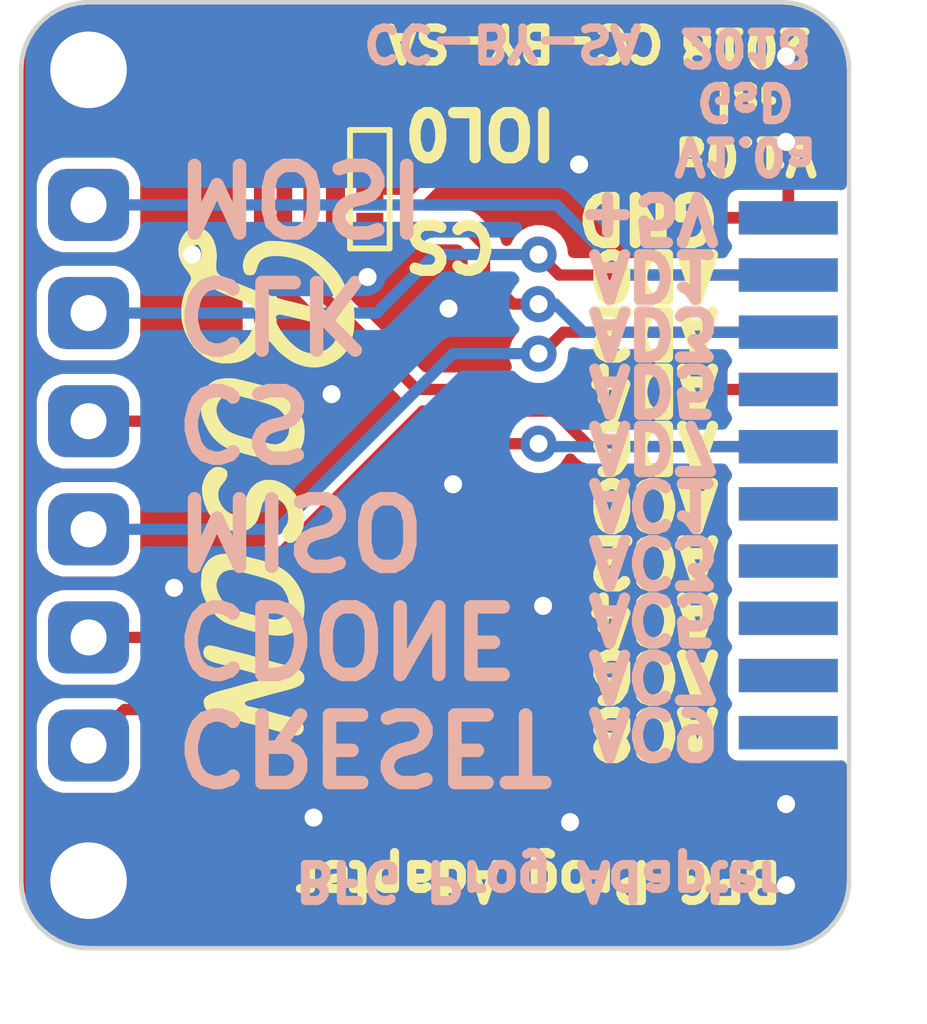
<source format=kicad_pcb>
(kicad_pcb (version 20221018) (generator pcbnew)
  (title_block (date "sam. 04 avril 2015"))
  (layers (0 "F.Cu" signal) (31 "B.Cu" signal) (34 "B.Paste" user) (35 "F.Paste" user) (36 "B.SilkS" user "B.Silkscreen") (37 "F.SilkS" user "F.Silkscreen") (38 "B.Mask" user) (39 "F.Mask" user) (44 "Edge.Cuts" user))
  (net 0 "")
  (net 1 "GND")
  (net 2 "/GPIOH9")
  (net 3 "/GPIOH7")
  (net 4 "/GPIOH5")
  (net 5 "/GPIOH3")
  (net 6 "/GPIOH1")
  (net 7 "/GPIOH8")
  (net 8 "/GPIOH6")
  (net 9 "/GPIOH4")
  (net 10 "/GPIOH2")
  (net 11 "/GPIOH0")
  (net 12 "/GPIOL2")
  (net 13 "/GPIOL0")
  (net 14 "/DI")
  (net 15 "/SK")
  (net 16 "/GPIOL3")
  (net 17 "/GPIOL1")
  (net 18 "/CS")
  (net 19 "/DO")
  (net 20 "+5V")
  (footprint "Mounting_Holes:MountingHole_2.2mm_M2_Pad" (layer "F.Cu") (at 134.45 100.5)
    (fp_text reference "REF**" hide)
    (fp_text value "MountingHole_2.2mm_M2_Pad")
    (pad "1" thru_hole circle (at 0 0) (size 2.5 2.5) (drill 1.7) (layers "*.Cu" "*.Mask") (net 1 "GND"))
  )
  (footprint "Mounting_Holes:MountingHole_2.2mm_M2_Pad" (layer "F.Cu") (at 134.45 82.5)
    (fp_text reference "REF**" hide)
    (fp_text value "MountingHole_2.2mm_M2_Pad")
    (pad "1" thru_hole circle (at 0 0) (size 2.5 2.5) (drill 1.7) (layers "*.Cu" "*.Mask") (net 1 "GND"))
  )
  (footprint "pkl_jumpers:J_0602" (layer "F.Cu") (at 140.7 85.15 90)
    (fp_text reference "J2")
    (fp_text value "GS3")
    (fp_line (start -1.315 -0.44) (end -1.315 0.44) (stroke (width 0.13)) (layer "F.SilkS"))
    (fp_line (start -1.315 -0.44) (end 1.315 -0.44) (stroke (width 0.13)) (layer "F.SilkS"))
    (fp_line (start 1.315 -0.44) (end 1.315 0.44) (stroke (width 0.13)) (layer "F.SilkS"))
    (fp_line (start 1.315 0.44) (end -1.315 0.44) (stroke (width 0.13)) (layer "F.SilkS"))
    (pad "1" smd rect (at -0.85 0 90) (size 0.65 0.6) (layers "F.Cu" "F.Paste" "F.Mask") (net 18 "/CS"))
    (pad "2" smd rect (at 0 0 90) (size 0.65 0.6) (layers "F.Cu" "F.Paste" "F.Mask") (net 13 "/GPIOL0"))
    (pad "3" smd rect (at 0.85 0 90) (size 0.65 0.6) (layers "F.Cu" "F.Paste" "F.Mask") (net 13 "/GPIOL0"))
  )
  (footprint "Measurement_Points:Measurement_Point_Round-SMD-Pad_Small" (layer "F.Cu") (at 134.45 85.5)
    (fp_text reference "J4" hide)
    (fp_text value "Prog")
    (pad "1" thru_hole roundrect (at 0 0) (size 1.8 1.6) (drill 0.8) (layers "*.Cu" "*.Mask") (net 19 "/DO"))
    (pad "2" thru_hole roundrect (at 0 2.4) (size 1.8 1.6) (drill 0.8) (layers "*.Cu" "*.Mask") (net 15 "/SK"))
    (pad "3" thru_hole roundrect (at 0 4.8) (size 1.8 1.6) (drill 0.8) (layers "*.Cu" "*.Mask") (net 13 "/GPIOL0"))
    (pad "4" thru_hole roundrect (at 0 7.2) (size 1.8 1.6) (drill 0.8) (layers "*.Cu" "*.Mask") (net 14 "/DI"))
    (pad "5" thru_hole roundrect (at 0 9.6) (size 1.8 1.6) (drill 0.8) (layers "*.Cu" "*.Mask") (net 12 "/GPIOL2"))
    (pad "6" thru_hole roundrect (at 0 12) (size 1.8 1.6) (drill 0.8) (layers "*.Cu" "*.Mask") (net 16 "/GPIOL3"))
  )
  (footprint "LOGO" (layer "F.Cu") (at 137.95 100.5 -90)
    (fp_text reference "G***" hide)
    (fp_text value "LOGO" hide)
    (fp_poly (pts (xy -7.97915 -1.294035) (xy -7.969841 -1.291195) (xy -7.96925 -1.289963) (xy -7.963418 -1.286924) (xy -7.947945 -1.283724) (xy -7.925869 -1.28095) (xy -7.919772 -1.2804) (xy -7.855104 -1.270391) (xy -7.790241 -1.251789) (xy -7.727145 -1.22574) (xy -7.667779 -1.19339) (xy -7.614105 -1.155886) (xy -7.568086 -1.114372) (xy -7.531683 -1.069996) (xy -7.516536 -1.044907) (xy -7.504739 -1.010145) (xy -7.502124 -0.971405) (xy -7.508578 -0.933363) (xy -7.519888 -0.907091) (xy -7.544396 -0.874091) (xy -7.575509 -0.845046) (xy -7.609374 -0.823232) (xy -7.627639 -0.815548) (xy -7.662468 -0.808149) (xy -7.700528 -0.806929) (xy -7.738585 -0.811329) (xy -7.773409 -0.82079) (xy -7.801769 -0.834753) (xy -7.817275 -0.848351) (xy -7.83064 -0.860573) (xy -7.852055 -0.875919) (xy -7.878012 -0.892248) (xy -7.905004 -0.907419) (xy -7.929521 -0.919293) (xy -7.940675 -0.923642) (xy -7.998738 -0.937325) (xy -8.062464 -0.941761) (xy -8.129169 -0.937272) (xy -8.196166 -0.924181) (xy -8.26077 -0.902809) (xy -8.310034 -0.879354) (xy -8.354471 -0.849504) (xy -8.398225 -0.810634) (xy -8.438042 -0.766159) (xy -8.47067 -0.719494) (xy -8.482236 -0.6985) (xy -8.495326 -0.669726) (xy -8.506659 -0.640118) (xy -8.514344 -0.61477) (xy -8.515793 -0.608013) (xy -8.518484 -0.558153) (xy -8.509045 -0.509287) (xy -8.488035 -0.462966) (xy -8.456012 -0.420741) (xy -8.444205 -0.408978) (xy -8.415857 -0.386005) (xy -8.383702 -0.367408) (xy -8.345119 -0.352017) (xy -8.297486 -0.338659) (xy -8.275891 -0.333749) (xy -8.188595 -0.312862) (xy -8.11118 -0.290125) (xy -8.044691 -0.265866) (xy -8.00735 -0.249206) (xy -7.979718 -0.235044) (xy -7.957029 -0.22133) (xy -7.935904 -0.205554) (xy -7.912962 -0.1852) (xy -7.886182 -0.159111) (xy -7.845393 -0.114931) (xy -7.813778 -0.071911) (xy -7.790404 -0.027632) (xy -7.774338 0.020329) (xy -7.764646 0.07439) (xy -7.760396 0.136974) (xy -7.76001 0.168275) (xy -7.762172 0.229861) (xy -7.768191 0.290883) (xy -7.777565 0.347969) (xy -7.789795 0.397744) (xy -7.797519 0.420683) (xy -7.808075 0.443277) (xy -7.824965 0.473373) (xy -7.846608 0.508539) (xy -7.87142 0.546346) (xy -7.897822 0.584365) (xy -7.92423 0.620165) (xy -7.94246 0.643327) (xy -8.007607 0.713536) (xy -8.082256 0.775729) (xy -8.166718 0.830139) (xy -8.230446 0.863065) (xy -8.31631 0.899801) (xy -8.403027 0.929779) (xy -8.48876 0.952617) (xy -8.571674 0.967932) (xy -8.649933 0.975342) (xy -8.721701 0.974464) (xy -8.7503 0.971416) (xy -8.798388 0.961901) (xy -8.851931 0.946591) (xy -8.906031 0.927048) (xy -8.950325 0.907537) (xy -9.007392 0.875251) (xy -9.059777 0.83682) (xy -9.105399 0.79415) (xy -9.142178 0.749145) (xy -9.164465 0.711452) (xy -9.177458 0.671255) (xy -9.181416 0.625793) (xy -9.176858 0.578168) (xy -9.164309 0.531477) (xy -9.144289 0.488821) (xy -9.121801 0.458064) (xy -9.097796 0.436825) (xy -9.070337 0.42398) (xy -9.036249 0.418341) (xy -9.014232 0.417871) (xy -8.976892 0.423611) (xy -8.934928 0.439208) (xy -8.890302 0.463661) (xy -8.84498 0.495968) (xy -8.820852 0.516379) (xy -8.764476 0.560979) (xy -8.708113 0.593271) (xy -8.650606 0.613589) (xy -8.5908 0.622271) (xy -8.527539 0.619653) (xy -8.48877 0.613081) (xy -8.420413 0.593752) (xy -8.358166 0.565518) (xy -8.299774 0.527131) (xy -8.242979 0.477338) (xy -8.241877 0.47625) (xy -8.21462 0.448201) (xy -8.19429 0.424151) (xy -8.177924 0.400133) (xy -8.16256 0.372178) (xy -8.159249 0.365566) (xy -8.146352 0.338945) (xy -8.138167 0.319156) (xy -8.133624 0.301725) (xy -8.131652 0.282174) (xy -8.131183 0.25603) (xy -8.131175 0.248091) (xy -8.131531 0.218525) (xy -8.133119 0.197679) (xy -8.136726 0.181581) (xy -8.143135 0.166259) (xy -8.149832 0.153647) (xy -8.174645 0.117492) (xy -8.206254 0.087408) (xy -8.245986 0.062605) (xy -8.295168 0.042292) (xy -8.355127 0.025681) (xy -8.370249 0.02237) (xy -8.444204 0.005318) (xy -8.509902 -0.012958) (xy -8.565661 -0.031961) (xy -8.595365 -0.044279) (xy -8.666921 -0.083244) (xy -8.7302 -0.131172) (xy -8.784485 -0.187247) (xy -8.829058 -0.250654) (xy -8.863199 -0.320579) (xy -8.878425 -0.365485) (xy -8.886205 -0.402721) (xy -8.891263 -0.448143) (xy -8.893555 -0.497835) (xy -8.893039 -0.547882) (xy -8.889673 -0.594367) (xy -8.883414 -0.633375) (xy -8.881433 -0.64135) (xy -8.850214 -0.73363) (xy -8.808118 -0.822485) (xy -8.756298 -0.9062) (xy -8.695909 -0.983058) (xy -8.628106 -1.051343) (xy -8.578058 -1.092226) (xy -8.520752 -1.130325) (xy -8.453746 -1.167132) (xy -8.38004 -1.201446) (xy -8.302635 -1.232066) (xy -8.224531 -1.257793) (xy -8.148728 -1.277425) (xy -8.087569 -1.288531) (xy -8.054515 -1.29238) (xy -8.023851 -1.2946) (xy -7.997941 -1.295161) (xy -7.97915 -1.294035)) (stroke (width 0.01)) (fill solid) (layer "F.SilkS"))
    (fp_poly (pts (xy -9.872059 -1.292542) (xy -9.784135 -1.281182) (xy -9.704898 -1.261972) (xy -9.633515 -1.234669) (xy -9.569157 -1.199027) (xy -9.523375 -1.165345) (xy -9.465 -1.109196) (xy -9.416888 -1.045692) (xy -9.379319 -0.975327) (xy -9.352572 -0.898595) (xy -9.340556 -0.842088) (xy -9.336274 -0.801166) (xy -9.334711 -0.751323) (xy -9.335701 -0.696008) (xy -9.339079 -0.638666) (xy -9.34468 -0.582745) (xy -9.352339 -0.531694) (xy -9.356424 -0.511175) (xy -9.362855 -0.481115) (xy -9.371048 -0.441897) (xy -9.380322 -0.396827) (xy -9.389999 -0.34921) (xy -9.399399 -0.302353) (xy -9.400806 -0.295275) (xy -9.410987 -0.244407) (xy -9.419985 -0.200724) (xy -9.428372 -0.161982) (xy -9.436721 -0.125938) (xy -9.445603 -0.090351) (xy -9.455593 -0.052977) (xy -9.467261 -0.011573) (xy -9.48118 0.036104) (xy -9.497923 0.092296) (xy -9.509843 0.131964) (xy -9.532358 0.205714) (xy -9.552406 0.268789) (xy -9.570657 0.322817) (xy -9.587779 0.369428) (xy -9.604444 0.410254) (xy -9.621321 0.446923) (xy -9.63908 0.481065) (xy -9.658392 0.514311) (xy -9.679925 0.548291) (xy -9.682659 0.55245) (xy -9.709153 0.588385) (xy -9.743654 0.628861) (xy -9.783643 0.67131) (xy -9.826601 0.713167) (xy -9.87001 0.751865) (xy -9.909175 0.783219) (xy -9.953205 0.813121) (xy -10.006678 0.844562) (xy -10.066677 0.876169) (xy -10.130283 0.906567) (xy -10.194578 0.934385) (xy -10.256646 0.958248) (xy -10.313566 0.976783) (xy -10.33014 0.981344) (xy -10.362754 0.988577) (xy -10.398457 0.99441) (xy -10.434362 0.9986) (xy -10.467583 1.000899) (xy -10.495232 1.001062) (xy -10.514423 0.998845) (xy -10.518775 0.997384) (xy -10.529889 0.995051) (xy -10.550704 0.993076) (xy -10.578223 0.991669) (xy -10.608848 0.991046) (xy -10.669626 0.98876) (xy -10.721955 0.982166) (xy -10.769576 0.97051) (xy -10.816234 0.953038) (xy -10.831156 0.94629) (xy -10.907921 0.904668) (xy -10.973627 0.856885) (xy -11.028386 0.802821) (xy -11.072312 0.742355) (xy -11.105516 0.675367) (xy -11.118226 0.639088) (xy -11.129747 0.592162) (xy -11.138908 0.536161) (xy -11.145479 0.474531) (xy -11.149231 0.410715) (xy -11.149935 0.34816) (xy -11.147362 0.290311) (xy -11.146256 0.279923) (xy -10.797048 0.279923) (xy -10.795767 0.307947) (xy -10.793121 0.339645) (xy -10.789366 0.372067) (xy -10.78476 0.402266) (xy -10.77956 0.427292) (xy -10.778364 0.4318) (xy -10.756655 0.486388) (xy -10.723903 0.535146) (xy -10.680586 0.577594) (xy -10.627179 0.61325) (xy -10.574042 0.637923) (xy -10.518355 0.655085) (xy -10.46372 0.662229) (xy -10.407012 0.659485) (xy -10.346126 0.647249) (xy -10.282338 0.625748) (xy -10.217184 0.595147) (xy -10.153322 0.557244) (xy -10.093413 0.513836) (xy -10.040115 0.466721) (xy -9.996087 0.417696) (xy -9.985537 0.403525) (xy -9.967148 0.376284) (xy -9.951339 0.349483) (xy -9.936877 0.320474) (xy -9.922525 0.286606) (xy -9.907047 0.245229) (xy -9.893203 0.205465) (xy -9.879168 0.16246) (xy -9.863264 0.110567) (xy -9.845917 0.051434) (xy -9.827559 -0.013291) (xy -9.808618 -0.081961) (xy -9.789523 -0.152927) (xy -9.770702 -0.224543) (xy -9.752586 -0.295159) (xy -9.735603 -0.363129) (xy -9.720182 -0.426803) (xy -9.706753 -0.484536) (xy -9.695743 -0.534678) (xy -9.687583 -0.575582) (xy -9.683463 -0.600075) (xy -9.681396 -0.656348) (xy -9.690599 -0.71344) (xy -9.710122 -0.768712) (xy -9.739017 -0.819528) (xy -9.776332 -0.863247) (xy -9.779159 -0.865904) (xy -9.831947 -0.906486) (xy -9.889937 -0.93577) (xy -9.952175 -0.953562) (xy -10.017706 -0.95967) (xy -10.085575 -0.953903) (xy -10.144633 -0.939442) (xy -10.228665 -0.908914) (xy -10.301713 -0.873821) (xy -10.365027 -0.833012) (xy -10.419857 -0.785336) (xy -10.467453 -0.729642) (xy -10.509063 -0.664778) (xy -10.545938 -0.589593) (xy -10.559215 -0.557452) (xy -10.572202 -0.522349) (xy -10.587627 -0.476964) (xy -10.604874 -0.423346) (xy -10.623327 -0.36354) (xy -10.642371 -0.299594) (xy -10.661389 -0.233553) (xy -10.679765 -0.167465) (xy -10.696885 -0.103376) (xy -10.703085 -0.079375) (xy -10.72143 -0.00828) (xy -10.738355 0.05596) (xy -10.753617 0.112473) (xy -10.76697 0.160389) (xy -10.778172 0.198837) (xy -10.786978 0.226948) (xy -10.793143 0.24385) (xy -10.794487 0.24669) (xy -10.796707 0.258522) (xy -10.797048 0.279923) (xy -11.146256 0.279923) (xy -11.143711 0.256046) (xy -11.140449 0.237816) (xy -11.134343 0.208848) (xy -11.125775 0.170691) (xy -11.115129 0.124889) (xy -11.102787 0.072991) (xy -11.089132 0.016542) (xy -11.074546 -0.04291) (xy -11.059413 -0.103821) (xy -11.044115 -0.164642) (xy -11.029035 -0.223827) (xy -11.014556 -0.27983) (xy -11.001061 -0.331105) (xy -10.988931 -0.376104) (xy -10.978551 -0.413281) (xy -10.975136 -0.425067) (xy -10.936132 -0.544453) (xy -10.892214 -0.652846) (xy -10.842693 -0.751232) (xy -10.786879 -0.840597) (xy -10.724084 -0.921923) (xy -10.653617 -0.996197) (xy -10.57479 -1.064403) (xy -10.486914 -1.127526) (xy -10.480675 -1.131604) (xy -10.390349 -1.185716) (xy -10.302827 -1.22845) (xy -10.216483 -1.260328) (xy -10.129693 -1.281874) (xy -10.040832 -1.293612) (xy -9.9695 -1.296297) (xy -9.872059 -1.292542)) (stroke (width 0.01)) (fill solid) (layer "F.SilkS"))
    (fp_poly (pts (xy -5.979509 -1.292542) (xy -5.891585 -1.281182) (xy -5.812348 -1.261972) (xy -5.740965 -1.234669) (xy -5.676607 -1.199027) (xy -5.630825 -1.165345) (xy -5.57245 -1.109196) (xy -5.524338 -1.045692) (xy -5.486769 -0.975327) (xy -5.460022 -0.898595) (xy -5.448006 -0.842088) (xy -5.443724 -0.801166) (xy -5.442161 -0.751323) (xy -5.443151 -0.696008) (xy -5.446529 -0.638666) (xy -5.45213 -0.582745) (xy -5.459789 -0.531694) (xy -5.463874 -0.511175) (xy -5.470305 -0.481115) (xy -5.478498 -0.441897) (xy -5.487772 -0.396827) (xy -5.497449 -0.34921) (xy -5.506849 -0.302353) (xy -5.508256 -0.295275) (xy -5.518437 -0.244407) (xy -5.527435 -0.200724) (xy -5.535822 -0.161982) (xy -5.544171 -0.125938) (xy -5.553053 -0.090351) (xy -5.563043 -0.052977) (xy -5.574711 -0.011573) (xy -5.58863 0.036104) (xy -5.605373 0.092296) (xy -5.617293 0.131964) (xy -5.639808 0.205714) (xy -5.659856 0.268789) (xy -5.678107 0.322817) (xy -5.695229 0.369428) (xy -5.711894 0.410254) (xy -5.728771 0.446923) (xy -5.74653 0.481065) (xy -5.765842 0.514311) (xy -5.787375 0.548291) (xy -5.790109 0.55245) (xy -5.816603 0.588385) (xy -5.851104 0.628861) (xy -5.891093 0.67131) (xy -5.934051 0.713167) (xy -5.97746 0.751865) (xy -6.016625 0.783219) (xy -6.060655 0.813121) (xy -6.114128 0.844562) (xy -6.174127 0.876169) (xy -6.237733 0.906567) (xy -6.302028 0.934385) (xy -6.364096 0.958248) (xy -6.421016 0.976783) (xy -6.43759 0.981344) (xy -6.470204 0.988577) (xy -6.505907 0.99441) (xy -6.541812 0.9986) (xy -6.575033 1.000899) (xy -6.602682 1.001062) (xy -6.621873 0.998845) (xy -6.626225 0.997384) (xy -6.637339 0.995051) (xy -6.658154 0.993076) (xy -6.685673 0.991669) (xy -6.716298 0.991046) (xy -6.777076 0.98876) (xy -6.829405 0.982166) (xy -6.877026 0.97051) (xy -6.923684 0.953038) (xy -6.938606 0.94629) (xy -7.015371 0.904668) (xy -7.081077 0.856885) (xy -7.135836 0.802821) (xy -7.179762 0.742355) (xy -7.212966 0.675367) (xy -7.225676 0.639088) (xy -7.237197 0.592162) (xy -7.246358 0.536161) (xy -7.252929 0.474531) (xy -7.256681 0.410715) (xy -7.257385 0.34816) (xy -7.254812 0.290311) (xy -7.253706 0.279923) (xy -6.904498 0.279923) (xy -6.903217 0.307947) (xy -6.900571 0.339645) (xy -6.896816 0.372067) (xy -6.89221 0.402266) (xy -6.88701 0.427292) (xy -6.885814 0.4318) (xy -6.864105 0.486388) (xy -6.831353 0.535146) (xy -6.788036 0.577594) (xy -6.734629 0.61325) (xy -6.681492 0.637923) (xy -6.625805 0.655085) (xy -6.57117 0.662229) (xy -6.514462 0.659485) (xy -6.453576 0.647249) (xy -6.389788 0.625748) (xy -6.324634 0.595147) (xy -6.260772 0.557244) (xy -6.200863 0.513836) (xy -6.147565 0.466721) (xy -6.103537 0.417696) (xy -6.092987 0.403525) (xy -6.074598 0.376284) (xy -6.058789 0.349483) (xy -6.044327 0.320474) (xy -6.029975 0.286606) (xy -6.014497 0.245229) (xy -6.000653 0.205465) (xy -5.986618 0.16246) (xy -5.970714 0.110567) (xy -5.953367 0.051434) (xy -5.935009 -0.013291) (xy -5.916068 -0.081961) (xy -5.896973 -0.152927) (xy -5.878152 -0.224543) (xy -5.860036 -0.295159) (xy -5.843053 -0.363129) (xy -5.827632 -0.426803) (xy -5.814203 -0.484536) (xy -5.803193 -0.534678) (xy -5.795033 -0.575582) (xy -5.790913 -0.600075) (xy -5.788846 -0.656348) (xy -5.798049 -0.71344) (xy -5.817572 -0.768712) (xy -5.846467 -0.819528) (xy -5.883782 -0.863247) (xy -5.886609 -0.865904) (xy -5.939397 -0.906486) (xy -5.997387 -0.93577) (xy -6.059625 -0.953562) (xy -6.125156 -0.95967) (xy -6.193025 -0.953903) (xy -6.252083 -0.939442) (xy -6.336115 -0.908914) (xy -6.409163 -0.873821) (xy -6.472477 -0.833012) (xy -6.527307 -0.785336) (xy -6.574903 -0.729642) (xy -6.616513 -0.664778) (xy -6.653388 -0.589593) (xy -6.666665 -0.557452) (xy -6.679652 -0.522349) (xy -6.695077 -0.476964) (xy -6.712324 -0.423346) (xy -6.730777 -0.36354) (xy -6.749821 -0.299594) (xy -6.768839 -0.233553) (xy -6.787215 -0.167465) (xy -6.804335 -0.103376) (xy -6.810535 -0.079375) (xy -6.82888 -0.00828) (xy -6.845805 0.05596) (xy -6.861067 0.112473) (xy -6.87442 0.160389) (xy -6.885622 0.198837) (xy -6.894428 0.226948) (xy -6.900593 0.24385) (xy -6.901937 0.24669) (xy -6.904157 0.258522) (xy -6.904498 0.279923) (xy -7.253706 0.279923) (xy -7.251161 0.256046) (xy -7.247899 0.237816) (xy -7.241793 0.208848) (xy -7.233225 0.170691) (xy -7.222579 0.124889) (xy -7.210237 0.072991) (xy -7.196582 0.016542) (xy -7.181996 -0.04291) (xy -7.166863 -0.103821) (xy -7.151565 -0.164642) (xy -7.136485 -0.223827) (xy -7.122006 -0.27983) (xy -7.108511 -0.331105) (xy -7.096381 -0.376104) (xy -7.086001 -0.413281) (xy -7.082586 -0.425067) (xy -7.043582 -0.544453) (xy -6.999664 -0.652846) (xy -6.950143 -0.751232) (xy -6.894329 -0.840597) (xy -6.831534 -0.921923) (xy -6.761067 -0.996197) (xy -6.68224 -1.064403) (xy -6.594364 -1.127526) (xy -6.588125 -1.131604) (xy -6.497799 -1.185716) (xy -6.410277 -1.22845) (xy -6.323933 -1.260328) (xy -6.237143 -1.281874) (xy -6.148282 -1.293612) (xy -6.07695 -1.296297) (xy -5.979509 -1.292542)) (stroke (width 0.01)) (fill solid) (layer "F.SilkS"))
    (fp_poly (pts (xy -4.453397 -1.28747) (xy -4.423939 -1.276601) (xy -4.400993 -1.263164) (xy -4.379873 -1.246785) (xy -4.360211 -1.226605) (xy -4.341639 -1.201766) (xy -4.32379 -1.17141) (xy -4.306296 -1.13468) (xy -4.288789 -1.090717) (xy -4.270902 -1.038663) (xy -4.252267 -0.977662) (xy -4.232516 -0.906854) (xy -4.211282 -0.825382) (xy -4.188196 -0.732388) (xy -4.184916 -0.718895) (xy -4.173309 -0.672593) (xy -4.159649 -0.620515) (xy -4.145391 -0.568075) (xy -4.13199 -0.520688) (xy -4.127734 -0.50617) (xy -4.118003 -0.472776) (xy -4.105756 -0.429815) (xy -4.09175 -0.379989) (xy -4.07674 -0.326004) (xy -4.06148 -0.270563) (xy -4.046727 -0.21637) (xy -4.044884 -0.20955) (xy -4.031662 -0.161199) (xy -4.019032 -0.116162) (xy -4.007481 -0.076079) (xy -3.997491 -0.042594) (xy -3.989549 -0.017349) (xy -3.984138 -0.001984) (xy -3.982631 0.001318) (xy -3.966138 0.02073) (xy -3.946905 0.02915) (xy -3.9265 0.027531) (xy -3.90649 0.016828) (xy -3.888445 -0.002006) (xy -3.873932 -0.028017) (xy -3.86452 -0.06025) (xy -3.862862 -0.071546) (xy -3.859926 -0.08885) (xy -3.854014 -0.116676) (xy -3.84556 -0.153311) (xy -3.835 -0.197043) (xy -3.822769 -0.24616) (xy -3.809303 -0.29895) (xy -3.795035 -0.353702) (xy -3.780402 -0.408703) (xy -3.765838 -0.462241) (xy -3.751779 -0.512605) (xy -3.742771 -0.544019) (xy -3.729193 -0.591929) (xy -3.713777 -0.648256) (xy -3.697568 -0.709053) (xy -3.681615 -0.770368) (xy -3.666963 -0.828253) (xy -3.660686 -0.853717) (xy -3.647128 -0.908519) (xy -3.635675 -0.952794) (xy -3.625745 -0.988432) (xy -3.616762 -1.017319) (xy -3.608145 -1.041342) (xy -3.599315 -1.062391) (xy -3.591863 -1.078048) (xy -3.578267 -1.106112) (xy -3.56554 -1.133751) (xy -3.55573 -1.156467) (xy -3.552997 -1.163394) (xy -3.532166 -1.202923) (xy -3.503516 -1.234539) (xy -3.469001 -1.257771) (xy -3.430574 -1.272146) (xy -3.390185 -1.277193) (xy -3.349789 -1.272439) (xy -3.311337 -1.257414) (xy -3.276782 -1.231646) (xy -3.275557 -1.230433) (xy -3.259156 -1.21116) (xy -3.244935 -1.189761) (xy -3.24173 -1.183662) (xy -3.235207 -1.165887) (xy -3.230145 -1.144629) (xy -3.226967 -1.123312) (xy -3.226093 -1.105364) (xy -3.227945 -1.094208) (xy -3.230484 -1.0922) (xy -3.234324 -1.086985) (xy -3.234047 -1.077913) (xy -3.234293 -1.066095) (xy -3.237035 -1.045105) (xy -3.241791 -1.018116) (xy -3.246846 -0.993775) (xy -3.253361 -0.966038) (xy -3.262784 -0.928185) (xy -3.27455 -0.882319) (xy -3.288095 -0.830542) (xy -3.302855 -0.774954) (xy -3.318267 -0.717659) (xy -3.333767 -0.660756) (xy -3.34879 -0.606349) (xy -3.362773 -0.556538) (xy -3.375152 -0.513426) (xy -3.381433 -0.492125) (xy -3.411395 -0.389343) (xy -3.437514 -0.294109) (xy -3.460886 -0.202271) (xy -3.482608 -0.109677) (xy -3.483479 -0.105809) (xy -3.495998 -0.050712) (xy -3.506776 -0.005168) (xy -3.516639 0.033709) (xy -3.526413 0.068805) (xy -3.536924 0.103004) (xy -3.549 0.139192) (xy -3.563466 0.180254) (xy -3.57289 0.206375) (xy -3.590166 0.255448) (xy -3.605486 0.302453) (xy -3.619564 0.350004) (xy -3.633113 0.400714) (xy -3.646846 0.457198) (xy -3.661476 0.522068) (xy -3.670778 0.56515) (xy -3.679078 0.603122) (xy -3.686809 0.636704) (xy -3.693493 0.663965) (xy -3.698655 0.682974) (xy -3.701816 0.691801) (xy -3.702119 0.69215) (xy -3.706299 0.699274) (xy -3.713068 0.715429) (xy -3.721171 0.737541) (xy -3.723722 0.745019) (xy -3.744764 0.799772) (xy -3.768066 0.843221) (xy -3.795111 0.876737) (xy -3.827383 0.901695) (xy -3.866363 0.919466) (xy -3.913537 0.931421) (xy -3.927781 0.933817) (xy -3.955254 0.937549) (xy -3.974919 0.938521) (xy -3.9914 0.936577) (xy -4.009317 0.93156) (xy -4.011025 0.930997) (xy -4.042371 0.917418) (xy -4.068835 0.898237) (xy -4.092305 0.871493) (xy -4.114675 0.835224) (xy -4.127218 0.810454) (xy -4.140512 0.781885) (xy -4.152587 0.753794) (xy -4.163966 0.724542) (xy -4.175171 0.692494) (xy -4.186722 0.656012) (xy -4.199142 0.61346) (xy -4.212954 0.563199) (xy -4.228679 0.503595) (xy -4.243903 0.4445) (xy -4.259036 0.386485) (xy -4.276796 0.320308) (xy -4.296084 0.249945) (xy -4.315801 0.179375) (xy -4.334847 0.112576) (xy -4.350104 0.060325) (xy -4.364925 0.009377) (xy -4.378666 -0.039577) (xy -4.390833 -0.084653) (xy -4.400934 -0.123967) (xy -4.408477 -0.155635) (xy -4.41297 -0.177773) (xy -4.413783 -0.183359) (xy -4.42167 -0.235459) (xy -4.432377 -0.276261) (xy -4.446506 -0.306975) (xy -4.464662 -0.328808) (xy -4.487449 -0.342969) (xy -4.494964 -0.345798) (xy -4.517208 -0.351183) (xy -4.534936 -0.350048) (xy -4.549198 -0.341217) (xy -4.561045 -0.323516) (xy -4.571526 -0.295772) (xy -4.581692 -0.256809) (xy -4.584094 -0.246146) (xy -4.591274 -0.218372) (xy -4.599781 -0.192433) (xy -4.607989 -0.173181) (xy -4.609436 -0.170586) (xy -4.615047 -0.15764) (xy -4.622933 -0.134525) (xy -4.632436 -0.103432) (xy -4.642896 -0.066548) (xy -4.653653 -0.026062) (xy -4.657269 -0.011836) (xy -4.670201 0.038414) (xy -4.685106 0.094297) (xy -4.700712 0.151174) (xy -4.715748 0.204409) (xy -4.727476 0.244475) (xy -4.740843 0.29054) (xy -4.754743 0.340933) (xy -4.767995 0.391204) (xy -4.779417 0.436902) (xy -4.785638 0.46355) (xy -4.799763 0.525813) (xy -4.812049 0.577756) (xy -4.823098 0.62152) (xy -4.833513 0.659246) (xy -4.843897 0.693077) (xy -4.854851 0.725155) (xy -4.86698 0.757622) (xy -4.871943 0.770309) (xy -4.894112 0.821459) (xy -4.916208 0.861506) (xy -4.939449 0.891983) (xy -4.965052 0.914422) (xy -4.994232 0.930354) (xy -5.001198 0.933118) (xy -5.042162 0.943316) (xy -5.084365 0.944853) (xy -5.122914 0.937603) (xy -5.126311 0.936415) (xy -5.161309 0.919226) (xy -5.18698 0.895766) (xy -5.205491 0.864921) (xy -5.212122 0.848219) (xy -5.216427 0.830898) (xy -5.218225 0.81145) (xy -5.217339 0.788365) (xy -5.21359 0.760134) (xy -5.206798 0.725249) (xy -5.196786 0.6822) (xy -5.183373 0.629478) (xy -5.172878 0.589803) (xy -5.142537 0.474335) (xy -5.111197 0.351614) (xy -5.080171 0.226874) (xy -5.050771 0.105351) (xy -5.038964 0.05543) (xy -5.028392 0.01291) (xy -5.015153 -0.036553) (xy -5.000661 -0.087873) (xy -4.986331 -0.135966) (xy -4.980657 -0.15412) (xy -4.961738 -0.215243) (xy -4.940365 -0.28727) (xy -4.916948 -0.368731) (xy -4.891895 -0.458158) (xy -4.865617 -0.554081) (xy -4.838524 -0.65503) (xy -4.811025 -0.759537) (xy -4.800581 -0.799777) (xy -4.787134 -0.851323) (xy -4.77378 -0.901675) (xy -4.761081 -0.948775) (xy -4.749598 -0.990567) (xy -4.739893 -1.024993) (xy -4.732528 -1.049998) (xy -4.730347 -1.056952) (xy -4.705475 -1.121484) (xy -4.675726 -1.177197) (xy -4.641791 -1.223113) (xy -4.604365 -1.258257) (xy -4.573714 -1.27731) (xy -4.536138 -1.289578) (xy -4.494461 -1.292957) (xy -4.453397 -1.28747)) (stroke (width 0.01)) (fill solid) (layer "F.SilkS"))
    (fp_poly (pts (xy -12.387954 -2.405744) (xy -12.322602 -2.402702) (xy -12.26182 -2.39704) (xy -12.201806 -2.388271) (xy -12.138758 -2.375912) (xy -12.068874 -2.359478) (xy -12.045667 -2.353594) (xy -11.946196 -2.323068) (xy -11.85638 -2.284845) (xy -11.77533 -2.238301) (xy -11.702154 -2.182816) (xy -11.635962 -2.117766) (xy -11.575864 -2.04253) (xy -11.553547 -2.009775) (xy -11.496811 -1.91232) (xy -11.452673 -1.81328) (xy -11.421139 -1.712754) (xy -11.40222 -1.61084) (xy -11.395924 -1.507637) (xy -11.40226 -1.403242) (xy -11.421236 -1.297755) (xy -11.452861 -1.191274) (xy -11.475637 -1.13235) (xy -11.499495 -1.07836) (xy -11.524317 -1.029096) (xy -11.552011 -0.981311) (xy -11.584486 -0.931758) (xy -11.623652 -0.877189) (xy -11.633052 -0.864593) (xy -11.683013 -0.800718) (xy -11.729707 -0.74688) (xy -11.774729 -0.701385) (xy -11.819676 -0.662538) (xy -11.833225 -0.652046) (xy -11.864979 -0.626747) (xy -11.8972 -0.598726) (xy -11.928262 -0.569647) (xy -11.956539 -0.541171) (xy -11.980405 -0.514963) (xy -11.998233 -0.492684) (xy -12.008399 -0.475999) (xy -12.009946 -0.471309) (xy -12.011493 -0.45319) (xy -12.008385 -0.43541) (xy -11.999756 -0.416995) (xy -11.984739 -0.39697) (xy -11.962466 -0.374361) (xy -11.932069 -0.348194) (xy -11.892681 -0.317495) (xy -11.843436 -0.28129) (xy -11.835977 -0.275921) (xy -11.757596 -0.214597) (xy -11.690919 -0.151127) (xy -11.634966 -0.084048) (xy -11.58876 -0.011899) (xy -11.551323 0.066781) (xy -11.521675 0.153453) (xy -11.505434 0.217841) (xy -11.499248 0.25415) (xy -11.494267 0.299853) (xy -11.490603 0.351688) (xy -11.488366 0.406396) (xy -11.487666 0.460717) (xy -11.488614 0.511391) (xy -11.491321 0.555159) (xy -11.49338 0.573517) (xy -11.512266 0.667236) (xy -11.543294 0.759171) (xy -11.586578 0.849536) (xy -11.642231 0.938544) (xy -11.710366 1.02641) (xy -11.766378 1.088214) (xy -11.825115 1.144661) (xy -11.887398 1.194859) (xy -11.955973 1.240765) (xy -12.033586 1.284334) (xy -12.061825 1.298618) (xy -12.131264 1.331589) (xy -12.194149 1.358351) (xy -12.254136 1.380249) (xy -12.314883 1.398629) (xy -12.373717 1.413389) (xy -12.402577 1.419701) (xy -12.428677 1.424429) (xy -12.454958 1.427868) (xy -12.484359 1.430308) (xy -12.519822 1.432042) (xy -12.564286 1.433364) (xy -12.577576 1.433674) (xy -12.629741 1.43431) (xy -12.679182 1.43391) (xy -12.722941 1.432541) (xy -12.758057 1.430272) (xy -12.768076 1.429241) (xy -12.871688 1.412881) (xy -12.96944 1.389095) (xy -13.059582 1.358399) (xy -13.140362 1.321311) (xy -13.147746 1.317332) (xy -13.202962 1.287475) (xy -13.248492 1.263662) (xy -13.285515 1.245365) (xy -13.31521 1.232055) (xy -13.338759 1.223203) (xy -13.357339 1.218281) (xy -13.372126 1.216758) (xy -13.394862 1.21947) (xy -13.42034 1.228095) (xy -13.449884 1.243369) (xy -13.484819 1.266026) (xy -13.52647 1.296802) (xy -13.5509 1.316001) (xy -13.617524 1.366721) (xy -13.678717 1.40786) (xy -13.73619 1.440335) (xy -13.791656 1.465065) (xy -13.846828 1.482968) (xy -13.874595 1.489596) (xy -13.902112 1.493588) (xy -13.93807 1.496231) (xy -13.978426 1.497486) (xy -14.019141 1.497314) (xy -14.056172 1.495676) (xy -14.085477 1.492532) (xy -14.090214 1.491688) (xy -14.140009 1.478935) (xy -14.194543 1.459967) (xy -14.248868 1.43678) (xy -14.298038 1.411374) (xy -14.315891 1.400567) (xy -14.37183 1.359157) (xy -14.415956 1.313688) (xy -14.448744 1.263308) (xy -14.470666 1.207168) (xy -14.4822 1.144415) (xy -14.48435 1.098549) (xy -14.484275 1.096879) (xy -14.12238 1.096879) (xy -14.117114 1.12275) (xy -14.104824 1.146555) (xy -14.097254 1.155446) (xy -14.081218 1.16376) (xy -14.054978 1.168036) (xy -14.020388 1.168229) (xy -13.979301 1.164291) (xy -13.948369 1.159187) (xy -13.902913 1.148323) (xy -13.866787 1.13434) (xy -13.836728 1.115757) (xy -13.818802 1.100421) (xy -13.802594 1.083281) (xy -13.794512 1.069101) (xy -13.792206 1.053661) (xy -13.7922 1.052611) (xy -13.796073 1.030345) (xy -13.808709 1.013285) (xy -13.831633 0.999843) (xy -13.849043 0.993462) (xy -13.896809 0.984149) (xy -13.947908 0.984574) (xy -13.999205 0.994007) (xy -14.04757 1.011717) (xy -14.08987 1.036973) (xy -14.109917 1.054316) (xy -14.120142 1.072786) (xy -14.12238 1.096879) (xy -14.484275 1.096879) (xy -14.481896 1.044051) (xy -14.473855 0.997426) (xy -14.459214 0.954698) (xy -14.436958 0.911891) (xy -14.436558 0.911225) (xy -14.407293 0.871316) (xy -13.188915 0.871316) (xy -13.186026 0.893782) (xy -13.176402 0.914253) (xy -13.158688 0.934297) (xy -13.131534 0.955482) (xy -13.097859 0.976846) (xy -13.019124 1.021711) (xy -12.948071 1.057837) (xy -12.883567 1.085628) (xy -12.824481 1.105489) (xy -12.769682 1.117823) (xy -12.718036 1.123036) (xy -12.68899 1.122953) (xy -12.664988 1.122469) (xy -12.646751 1.123079) (xy -12.637228 1.124644) (xy -12.6365 1.125378) (xy -12.631117 1.127859) (xy -12.619038 1.127269) (xy -12.603992 1.125428) (xy -12.581153 1.123182) (xy -12.555395 1.12101) (xy -12.554747 1.12096) (xy -12.463156 1.108107) (xy -12.370157 1.084049) (xy -12.277922 1.049765) (xy -12.188626 1.006235) (xy -12.10444 0.954438) (xy -12.027538 0.895354) (xy -12.000765 0.871277) (xy -11.937789 0.804342) (xy -11.886338 0.732981) (xy -11.846662 0.657605) (xy -11.819009 0.578622) (xy -11.816363 0.568325) (xy -11.808145 0.523353) (xy -11.803336 0.471626) (xy -11.801986 0.41743) (xy -11.804145 0.365053) (xy -11.809863 0.318782) (xy -11.813286 0.30241) (xy -11.838669 0.224144) (xy -11.875609 0.150974) (xy -11.924211 0.082714) (xy -11.961297 0.041708) (xy -12.031382 -0.021344) (xy -12.108947 -0.07562) (xy -12.194741 -0.121521) (xy -12.289512 -0.159445) (xy -12.394008 -0.189793) (xy -12.3952 -0.190083) (xy -12.45062 -0.202991) (xy -12.495837 -0.212205) (xy -12.532727 -0.217954) (xy -12.563166 -0.220466) (xy -12.589029 -0.21997) (xy -12.612192 -0.216696) (xy -12.612584 -0.216616) (xy -12.659028 -0.20361) (xy -12.700114 -0.184337) (xy -12.736735 -0.157791) (xy -12.769787 -0.122965) (xy -12.800163 -0.078853) (xy -12.828759 -0.024447) (xy -12.856467 0.041259) (xy -12.867113 0.06985) (xy -12.902152 0.165854) (xy -12.934303 0.251642) (xy -12.964364 0.32915) (xy -12.993132 0.400315) (xy -13.021408 0.467074) (xy -13.049988 0.531362) (xy -13.079671 0.595117) (xy -13.10663 0.650875) (xy -13.130803 0.700446) (xy -13.149782 0.740364) (xy -13.16418 0.772271) (xy -13.17461 0.797809) (xy -13.181685 0.818619) (xy -13.186017 0.836343) (xy -13.18822 0.852623) (xy -13.188905 0.869101) (xy -13.188915 0.871316) (xy -14.407293 0.871316) (xy -14.397162 0.857501) (xy -14.347242 0.809104) (xy -14.287993 0.76647) (xy -14.220613 0.730037) (xy -14.146298 0.700242) (xy -14.066244 0.67752) (xy -13.981648 0.662311) (xy -13.893707 0.655049) (xy -13.803616 0.656173) (xy -13.750925 0.66083) (xy -13.707493 0.664888) (xy -13.66352 0.667199) (xy -13.621918 0.667754) (xy -13.5856 0.666546) (xy -13.557478 0.663567) (xy -13.54735 0.661396) (xy -13.522565 0.652751) (xy -13.499375 0.640608) (xy -13.477245 0.624121) (xy -13.455638 0.60244) (xy -13.434019 0.574719) (xy -13.411851 0.54011) (xy -13.388599 0.497764) (xy -13.363726 0.446833) (xy -13.336697 0.386471) (xy -13.306975 0.315828) (xy -13.274024 0.234058) (xy -13.268732 0.220683) (xy -13.248348 0.169297) (xy -13.226423 0.114427) (xy -13.204279 0.059354) (xy -13.183238 0.007362) (xy -13.164623 -0.03827) (xy -13.154229 -0.0635) (xy -13.141438 -0.095628) (xy -13.125453 -0.137789) (xy -13.107008 -0.187936) (xy -13.086835 -0.244025) (xy -13.065667 -0.304011) (xy -13.044239 -0.365848) (xy -13.023283 -0.427492) (xy -13.016518 -0.447675) (xy -12.991263 -0.523359) (xy -12.969647 -0.588291) (xy -12.951279 -0.643764) (xy -12.935764 -0.69107) (xy -12.924653 -0.725484) (xy -12.570319 -0.725484) (xy -12.559858 -0.693762) (xy -12.540339 -0.670133) (xy -12.516006 -0.657712) (xy -12.483141 -0.653638) (xy -12.442788 -0.65791) (xy -12.396841 -0.670239) (xy -12.343874 -0.69175) (xy -12.285156 -0.722209) (xy -12.222482 -0.760348) (xy -12.157646 -0.804898) (xy -12.092442 -0.85459) (xy -12.028664 -0.908156) (xy -11.968105 -0.964329) (xy -11.938 -0.994648) (xy -11.873907 -1.06593) (xy -11.821098 -1.135377) (xy -11.778635 -1.204612) (xy -11.745582 -1.27526) (xy -11.721003 -1.348944) (xy -11.711637 -1.387257) (xy -11.702596 -1.457275) (xy -11.704513 -1.530609) (xy -11.716767 -1.605355) (xy -11.738739 -1.679608) (xy -11.769809 -1.751464) (xy -11.809357 -1.819019) (xy -11.856763 -1.880368) (xy -11.880213 -1.905164) (xy -11.931333 -1.949968) (xy -11.98334 -1.983317) (xy -12.038323 -2.006399) (xy -12.075345 -2.016186) (xy -12.121967 -2.024119) (xy -12.159429 -2.025577) (xy -12.189793 -2.020033) (xy -12.215121 -2.006959) (xy -12.237475 -1.985828) (xy -12.248288 -1.971927) (xy -12.264782 -1.947067) (xy -12.279596 -1.920217) (xy -12.293253 -1.889839) (xy -12.306271 -1.854395) (xy -12.319172 -1.812348) (xy -12.332475 -1.76216) (xy -12.346701 -1.702292) (xy -12.360267 -1.640984) (xy -12.369817 -1.597974) (xy -12.379642 -1.555894) (xy -12.389058 -1.517517) (xy -12.397382 -1.485614) (xy -12.403932 -1.462957) (xy -12.404728 -1.4605) (xy -12.411926 -1.436756) (xy -12.42083 -1.40434) (xy -12.430456 -1.366993) (xy -12.439821 -1.328454) (xy -12.44266 -1.316229) (xy -12.452802 -1.272677) (xy -12.464722 -1.22258) (xy -12.477037 -1.17169) (xy -12.488365 -1.125764) (xy -12.489964 -1.119379) (xy -12.502817 -1.067412) (xy -12.515703 -1.013919) (xy -12.528191 -0.960806) (xy -12.539853 -0.90998) (xy -12.550256 -0.863347) (xy -12.558973 -0.822813) (xy -12.565572 -0.790284) (xy -12.569624 -0.767667) (xy -12.570211 -0.763609) (xy -12.570319 -0.725484) (xy -12.924653 -0.725484) (xy -12.92271 -0.731501) (xy -12.911724 -0.766348) (xy -12.902412 -0.796904) (xy -12.894382 -0.824459) (xy -12.88724 -0.850307) (xy -12.880594 -0.875738) (xy -12.87405 -0.902045) (xy -12.867215 -0.930519) (xy -12.859697 -0.962453) (xy -12.859053 -0.9652) (xy -12.849017 -1.007277) (xy -12.836094 -1.060241) (xy -12.820635 -1.122696) (xy -12.802993 -1.193251) (xy -12.78352 -1.270511) (xy -12.762568 -1.353082) (xy -12.740488 -1.439571) (xy -12.717633 -1.528584) (xy -12.694355 -1.618728) (xy -12.681039 -1.67005) (xy -12.67123 -1.707176) (xy -12.661414 -1.743251) (xy -12.652499 -1.775005) (xy -12.645396 -1.799165) (xy -12.64307 -1.806575) (xy -12.631299 -1.846228) (xy -12.621578 -1.885671) (xy -12.614661 -1.921372) (xy -12.611302 -1.949803) (xy -12.611101 -1.956398) (xy -12.6164 -1.991519) (xy -12.631173 -2.021204) (xy -12.653736 -2.043605) (xy -12.6824 -2.056876) (xy -12.705376 -2.059742) (xy -12.733413 -2.05589) (xy -12.764843 -2.045952) (xy -12.793869 -2.032105) (xy -12.811046 -2.020051) (xy -12.82125 -2.013811) (xy -12.840906 -2.004118) (xy -12.86761 -1.992076) (xy -12.898959 -1.978788) (xy -12.9159 -1.971911) (xy -12.996715 -1.938477) (xy -13.067694 -1.906343) (xy -13.131329 -1.873941) (xy -13.190109 -1.8397) (xy -13.246527 -1.802051) (xy -13.303071 -1.759426) (xy -13.362234 -1.710256) (xy -13.426505 -1.65297) (xy -13.436092 -1.644176) (xy -13.515929 -1.567348) (xy -13.584909 -1.493175) (xy -13.644073 -1.419859) (xy -13.694458 -1.345606) (xy -13.737104 -1.268618) (xy -13.773049 -1.1871) (xy -13.803331 -1.099254) (xy -13.82899 -1.003284) (xy -13.84258 -0.941147) (xy -13.857423 -0.854882) (xy -13.867002 -0.769303) (xy -13.87127 -0.686577) (xy -13.870184 -0.608871) (xy -13.863697 -0.538354) (xy -13.852242 -0.479024) (xy -13.831128 -0.416796) (xy -13.802104 -0.364152) (xy -13.764601 -0.320539) (xy -13.718054 -0.285408) (xy -13.661896 -0.258206) (xy -13.607723 -0.241293) (xy -13.555352 -0.226265) (xy -13.514532 -0.209834) (xy -13.484116 -0.190944) (xy -13.462959 -0.168537) (xy -13.449915 -0.141557) (xy -13.443841 -0.108945) (xy -13.443055 -0.089318) (xy -13.445924 -0.047773) (xy -13.455548 -0.014692) (xy -13.473146 0.011299) (xy -13.499935 0.031576) (xy -13.537135 0.047517) (xy -13.573125 0.05758) (xy -13.601683 0.063941) (xy -13.624117 0.067351) (xy -13.645518 0.068088) (xy -13.670977 0.06643) (xy -13.692779 0.064125) (xy -13.773625 0.049287) (xy -13.847534 0.023811) (xy -13.914513 -0.012306) (xy -13.974572 -0.059072) (xy -14.027719 -0.116489) (xy -14.053865 -0.1524) (xy -14.08012 -0.195236) (xy -14.107472 -0.246194) (xy -14.133893 -0.301087) (xy -14.157353 -0.355727) (xy -14.173862 -0.40005) (xy -14.182224 -0.425819) (xy -14.188105 -0.447817) (xy -14.192048 -0.469592) (xy -14.194596 -0.494693) (xy -14.196292 -0.526669) (xy -14.197183 -0.55245) (xy -14.197371 -0.613651) (xy -14.194693 -0.683362) (xy -14.189462 -0.757797) (xy -14.181989 -0.83317) (xy -14.172589 -0.905697) (xy -14.163362 -0.962025) (xy -14.132739 -1.097767) (xy -14.091367 -1.230657) (xy -14.039968 -1.358871) (xy -13.979259 -1.480587) (xy -13.920467 -1.578193) (xy -13.888017 -1.626462) (xy -13.857356 -1.669166) (xy -13.826351 -1.708875) (xy -13.79287 -1.748159) (xy -13.75478 -1.789589) (xy -13.70995 -1.835735) (xy -13.691177 -1.854569) (xy -13.636822 -1.907799) (xy -13.586654 -1.954424) (xy -13.538868 -1.995644) (xy -13.491658 -2.032656) (xy -13.443217 -2.066661) (xy -13.391741 -2.098856) (xy -13.335424 -2.130441) (xy -13.272458 -2.162613) (xy -13.20104 -2.196573) (xy -13.122275 -2.232224) (xy -13.06205 -2.258952) (xy -13.011822 -2.281072) (xy -12.970021 -2.299212) (xy -12.935074 -2.314001) (xy -12.905411 -2.32607) (xy -12.879459 -2.336048) (xy -12.855648 -2.344564) (xy -12.832405 -2.352249) (xy -12.80816 -2.35973) (xy -12.792075 -2.364502) (xy -12.746781 -2.377398) (xy -12.707532 -2.387401) (xy -12.671537 -2.394869) (xy -12.636006 -2.400157) (xy -12.598146 -2.403621) (xy -12.555167 -2.405617) (xy -12.504277 -2.406502) (xy -12.461679 -2.40665) (xy -12.387954 -2.405744)) (stroke (width 0.01)) (fill solid) (layer "F.SilkS"))
  )
  (footprint "pkl_samtec:FTSH-EDGE-20pin" (layer "B.Cu") (at 151.35 91.499999 -90)
    (fp_text reference "J1")
    (fp_text value "Conn")
    (pad "1" smd rect (at -5.715 1.35 270) (size 0.74 2.2) (layers "B.Cu" "B.Paste" "B.Mask") (net 20 "+5V"))
    (pad "2" smd rect (at -5.715 1.35 270) (size 0.74 2.2) (layers "F.Cu" "F.Paste" "F.Mask") (net 1 "GND"))
    (pad "3" smd rect (at -4.445 1.35 270) (size 0.74 2.2) (layers "B.Cu" "B.Paste" "B.Mask") (net 19 "/DO"))
    (pad "4" smd rect (at -4.445 1.35 270) (size 0.74 2.2) (layers "F.Cu" "F.Paste" "F.Mask") (net 15 "/SK"))
    (pad "5" smd rect (at -3.175 1.35 270) (size 0.74 2.2) (layers "B.Cu" "B.Paste" "B.Mask") (net 18 "/CS"))
    (pad "6" smd rect (at -3.175 1.35 270) (size 0.74 2.2) (layers "F.Cu" "F.Paste" "F.Mask") (net 14 "/DI"))
    (pad "7" smd rect (at -1.905 1.35 270) (size 0.74 2.2) (layers "B.Cu" "B.Paste" "B.Mask") (net 17 "/GPIOL1"))
    (pad "8" smd rect (at -1.905 1.35 270) (size 0.74 2.2) (layers "F.Cu" "F.Paste" "F.Mask") (net 13 "/GPIOL0"))
    (pad "9" smd rect (at -0.635 1.35 270) (size 0.74 2.2) (layers "B.Cu" "B.Paste" "B.Mask") (net 16 "/GPIOL3"))
    (pad "10" smd rect (at -0.635 1.35 270) (size 0.74 2.2) (layers "F.Cu" "F.Paste" "F.Mask") (net 12 "/GPIOL2"))
    (pad "11" smd rect (at 0.635 1.35 270) (size 0.74 2.2) (layers "B.Cu" "B.Paste" "B.Mask") (net 6 "/GPIOH1"))
    (pad "12" smd rect (at 0.635 1.35 270) (size 0.74 2.2) (layers "F.Cu" "F.Paste" "F.Mask") (net 11 "/GPIOH0"))
    (pad "13" smd rect (at 1.905 1.35 270) (size 0.74 2.2) (layers "B.Cu" "B.Paste" "B.Mask") (net 5 "/GPIOH3"))
    (pad "14" smd rect (at 1.905 1.35 270) (size 0.74 2.2) (layers "F.Cu" "F.Paste" "F.Mask") (net 10 "/GPIOH2"))
    (pad "15" smd rect (at 3.175 1.35 270) (size 0.74 2.2) (layers "B.Cu" "B.Paste" "B.Mask") (net 4 "/GPIOH5"))
    (pad "16" smd rect (at 3.175 1.35 270) (size 0.74 2.2) (layers "F.Cu" "F.Paste" "F.Mask") (net 9 "/GPIOH4"))
    (pad "17" smd rect (at 4.445 1.35 270) (size 0.74 2.2) (layers "B.Cu" "B.Paste" "B.Mask") (net 3 "/GPIOH7"))
    (pad "18" smd rect (at 4.445 1.35 270) (size 0.74 2.2) (layers "F.Cu" "F.Paste" "F.Mask") (net 8 "/GPIOH6"))
    (pad "19" smd rect (at 5.715 1.35 270) (size 0.74 2.2) (layers "B.Cu" "B.Paste" "B.Mask") (net 2 "/GPIOH9"))
    (pad "20" smd rect (at 5.715 1.35 270) (size 0.74 2.2) (layers "F.Cu" "F.Paste" "F.Mask") (net 7 "/GPIOH8"))
  )
  (gr_arc (start 134.45 102) (mid 133.38934 101.56066) (end 132.95 100.5) (stroke (width 0.1)) (layer "Edge.Cuts"))
  (gr_arc (start 132.95 82.5) (mid 133.38934 81.43934) (end 134.45 81) (stroke (width 0.1)) (layer "Edge.Cuts"))
  (gr_line (start 132.95 82.5) (end 132.95 100.5) (stroke (width 0.1)) (layer "Edge.Cuts"))
  (gr_line (start 149.85 102) (end 134.45 102) (stroke (width 0.1)) (layer "Edge.Cuts"))
  (gr_line (start 151.35 82.499999) (end 151.35 100.499999) (stroke (width 0.1)) (layer "Edge.Cuts"))
  (gr_line (start 134.45 81) (end 149.85 81) (stroke (width 0.1)) (layer "Edge.Cuts"))
  (gr_arc (start 151.35 100.500001) (mid 150.91066 101.560661) (end 149.85 102.000001) (stroke (width 0.1)) (layer "Edge.Cuts"))
  (gr_arc (start 149.85 81) (mid 150.91066 81.43934) (end 151.35 82.5) (stroke (width 0.1)) (layer "Edge.Cuts"))
  (gr_text "AC5" (at 148.575 94.675 180) (layer "B.SilkS") (effects (font (size 1 1) (thickness 0.25)) (justify right mirror)))
  (gr_text "AC7" (at 148.575 95.945 180) (layer "B.SilkS") (effects (font (size 1 1) (thickness 0.25)) (justify right mirror)))
  (gr_text "AC3" (at 148.575 93.405 180) (layer "B.SilkS") (effects (font (size 1 1) (thickness 0.25)) (justify right mirror)))
  (gr_text "AC1" (at 148.575 92.135 180) (layer "B.SilkS") (effects (font (size 1 1) (thickness 0.25)) (justify right mirror)))
  (gr_text "AC9" (at 148.575 97.215 180) (layer "B.SilkS") (effects (font (size 1 1) (thickness 0.25)) (justify right mirror)))
  (gr_text "AD7" (at 148.575 90.865 180) (layer "B.SilkS") (effects (font (size 1 1) (thickness 0.25)) (justify right mirror)))
  (gr_text "MOSI" (at 136.25 85.3 180) (layer "B.SilkS") (effects (font (size 1.5 1.5) (thickness 0.3)) (justify left mirror)))
  (gr_text "CS" (at 136.25 90.3 180) (layer "B.SilkS") (effects (font (size 1.5 1.5) (thickness 0.3)) (justify left mirror)))
  (gr_text "CRESET" (at 136.25 97.5 180) (layer "B.SilkS") (effects (font (size 1.5 1.5) (thickness 0.3)) (justify left mirror)))
  (gr_text "CDONE" (at 136.25 95.1 180) (layer "B.SilkS") (effects (font (size 1.5 1.5) (thickness 0.3)) (justify left mirror)))
  (gr_text "MISO" (at 136.25 92.7 180) (layer "B.SilkS") (effects (font (size 1.5 1.5) (thickness 0.3)) (justify left mirror)))
  (gr_text "CLK" (at 136.25 87.9 180) (layer "B.SilkS") (effects (font (size 1.5 1.5) (thickness 0.3)) (justify left mirror)))
  (gr_text "V1.0a\nGsD\n2018" (at 149.05 83.2 180) (layer "B.SilkS") (effects (font (size 0.75 0.75) (thickness 0.1875)) (justify mirror)))
  (gr_text "CC-BY-SA" (at 143.65 81.9 180) (layer "B.SilkS") (effects (font (size 0.75 0.75) (thickness 0.1875)) (justify mirror)))
  (gr_text "+5V" (at 148.575 85.785 180) (layer "B.SilkS") (effects (font (size 1 1) (thickness 0.25)) (justify right mirror)))
  (gr_text "AD1" (at 148.575 87.055 180) (layer "B.SilkS") (effects (font (size 1 1) (thickness 0.25)) (justify right mirror)))
  (gr_text "AD3" (at 148.575 88.325 180) (layer "B.SilkS") (effects (font (size 1 1) (thickness 0.25)) (justify right mirror)))
  (gr_text "AD5" (at 148.575 89.595 180) (layer "B.SilkS") (effects (font (size 1 1) (thickness 0.25)) (justify right mirror)))
  (gr_text "BFG Prog Adapter" (at 144.45 100.5 180) (layer "B.SilkS") (effects (font (size 0.8 0.8) (thickness 0.2)) (justify mirror)))
  (gr_text "AC6" (at 148.575 95.945 180) (layer "F.SilkS") (effects (font (size 1 1) (thickness 0.25)) (justify left)))
  (gr_text "AD4" (at 148.575 89.595 180) (layer "F.SilkS") (effects (font (size 1 1) (thickness 0.25)) (justify left)))
  (gr_text "AC4" (at 148.575 94.675 180) (layer "F.SilkS") (effects (font (size 1 1) (thickness 0.25)) (justify left)))
  (gr_text "AD6" (at 148.575 90.865 180) (layer "F.SilkS") (effects (font (size 1 1) (thickness 0.25)) (justify left)))
  (gr_text "AD2" (at 148.575 88.325 180) (layer "F.SilkS") (effects (font (size 1 1) (thickness 0.25)) (justify left)))
  (gr_text "AC2" (at 148.575 93.405 180) (layer "F.SilkS") (effects (font (size 1 1) (thickness 0.25)) (justify left)))
  (gr_text "GND" (at 148.575 85.785 180) (layer "F.SilkS") (effects (font (size 1 1) (thickness 0.25)) (justify left)))
  (gr_text "AD0" (at 148.575 87.055 180) (layer "F.SilkS") (effects (font (size 1 1) (thickness 0.25)) (justify left)))
  (gr_text "AC0" (at 148.575 92.135 180) (layer "F.SilkS") (effects (font (size 1 1) (thickness 0.25)) (justify left)))
  (gr_text "AC8" (at 148.575 97.215 180) (layer "F.SilkS") (effects (font (size 1 1) (thickness 0.25)) (justify left)))
  (gr_text "CS" (at 141.35 86.4 180) (layer "F.SilkS") (effects (font (size 1 1) (thickness 0.25)) (justify right)))
  (gr_text "IOL0" (at 141.35 83.9 180) (layer "F.SilkS") (effects (font (size 1 1) (thickness 0.25)) (justify right)))
  (gr_text "CC-BY-SA" (at 144.15 81.9 180) (layer "F.SilkS") (effects (font (size 0.75 0.75) (thickness 0.1875))))
  (gr_text "V1.0a\nGsD\n2018" (at 149.05 83.2 180) (layer "F.SilkS") (effects (font (size 0.75 0.75) (thickness 0.1875))))
  (gr_text "BFG Prog Adapter" (at 144.45 100.5 180) (layer "F.SilkS") (effects (font (size 0.8 0.8) (thickness 0.2))))
  (via (at 149.95 100.6) (size 0.8) (drill 0.4) (layers "F.Cu" "B.Cu") (net 1))
  (via (at 149.95 82.2) (size 0.8) (drill 0.4) (layers "F.Cu" "B.Cu") (net 1))
  (via (at 139.85 89.7) (size 0.8) (drill 0.4) (layers "F.Cu" "B.Cu") (net 1))
  (via (at 144.55 94.4) (size 0.8) (drill 0.4) (layers "F.Cu" "B.Cu") (net 1))
  (via (at 136.35 94) (size 0.8) (drill 0.4) (layers "F.Cu" "B.Cu") (net 1))
  (via (at 142.55 91.7) (size 0.8) (drill 0.4) (layers "F.Cu" "B.Cu") (net 1))
  (via (at 145.15 99.2) (size 0.8) (drill 0.4) (layers "F.Cu" "B.Cu") (net 1))
  (via (at 140.65 87.1) (size 0.8) (drill 0.4) (layers "F.Cu" "B.Cu") (net 1))
  (via (at 139.45 99.1) (size 0.8) (drill 0.4) (layers "F.Cu" "B.Cu") (net 1))
  (via (at 136.75 86.6) (size 0.8) (drill 0.4) (layers "F.Cu" "B.Cu") (net 1))
  (via (at 149.95 98.8) (size 0.8) (drill 0.4) (layers "F.Cu" "B.Cu") (net 1))
  (via (at 149.95 84.1) (size 0.8) (drill 0.4) (layers "F.Cu" "B.Cu") (net 1))
  (via (at 145.35 84.6) (size 0.8) (drill 0.4) (layers "F.Cu" "B.Cu") (net 1))
  (via (at 142.45 87.8) (size 0.8) (drill 0.4) (layers "F.Cu" "B.Cu") (net 1))
  (segment (start 149.999999 90.865) (end 145.588006 90.865) (width 0.25) (layer "F.Cu") (net 12))
  (segment (start 145.588006 90.865) (end 144.798001 90.074995) (width 0.25) (layer "F.Cu") (net 12))
  (segment (start 136.85 95.1) (end 134.45 95.1) (width 0.25) (layer "F.Cu") (net 12))
  (segment (start 141.875005 90.074995) (end 136.85 95.1) (width 0.25) (layer "F.Cu") (net 12))
  (segment (start 144.798001 90.074995) (end 141.875005 90.074995) (width 0.25) (layer "F.Cu") (net 12))
  (segment (start 139.65 84.3) (end 140.15 84.3) (width 0.25) (layer "F.Cu") (net 13))
  (segment (start 138.85 83) (end 138.25 83.6) (width 0.25) (layer "F.Cu") (net 13))
  (segment (start 140.7 85.15) (end 141.6 85.15) (width 0.25) (layer "F.Cu") (net 13))
  (segment (start 140.7 84.3) (end 140.7 85.15) (width 0.25) (layer "F.Cu") (net 13))
  (segment (start 141.55 83) (end 138.85 83) (width 0.25) (layer "F.Cu") (net 13))
  (segment (start 150 89.595) (end 141.745 89.595) (width 0.25) (layer "F.Cu") (net 13))
  (segment (start 141.95 84.8) (end 141.95 83.4) (width 0.25) (layer "F.Cu") (net 13))
  (segment (start 139.35 87.2) (end 139.35 84.6) (width 0.25) (layer "F.Cu") (net 13))
  (segment (start 138.25 89.9) (end 137.85 90.3) (width 0.25) (layer "F.Cu") (net 13))
  (segment (start 137.85 90.3) (end 134.45 90.3) (width 0.25) (layer "F.Cu") (net 13))
  (segment (start 141.745 89.595) (end 139.35 87.2) (width 0.25) (layer "F.Cu") (net 13))
  (segment (start 139.35 84.6) (end 139.65 84.3) (width 0.25) (layer "F.Cu") (net 13))
  (segment (start 141.6 85.15) (end 141.95 84.8) (width 0.25) (layer "F.Cu") (net 13))
  (segment (start 141.95 83.4) (end 141.55 83) (width 0.25) (layer "F.Cu") (net 13))
  (segment (start 140.15 84.3) (end 140.7 84.3) (width 0.25) (layer "F.Cu") (net 13))
  (segment (start 138.25 83.6) (end 138.25 89.9) (width 0.25) (layer "F.Cu") (net 13))
  (segment (start 150 88.324999) (end 144.998004 88.325) (width 0.25) (layer "F.Cu") (net 14))
  (segment (start 144.523004 88.8) (end 144.45 88.8) (width 0.25) (layer "F.Cu") (net 14))
  (segment (start 144.998004 88.325) (end 144.523004 88.8) (width 0.25) (layer "F.Cu") (net 14))
  (via (at 144.45 88.8) (size 0.8) (drill 0.4) (layers "F.Cu" "B.Cu") (net 14))
  (segment (start 144.45 88.85) (end 144.45 88.8) (width 0.25) (layer "B.Cu") (net 14))
  (segment (start 144.45 88.8) (end 142.55 88.8) (width 0.25) (layer "B.Cu") (net 14))
  (segment (start 142.55 88.8) (end 138.65 92.7) (width 0.25) (layer "B.Cu") (net 14))
  (segment (start 138.65 92.7) (end 134.45 92.7) (width 0.25) (layer "B.Cu") (net 14))
  (segment (start 144.905 87.055) (end 144.45 86.6) (width 0.25) (layer "F.Cu") (net 15))
  (segment (start 150 87.055) (end 144.905 87.055) (width 0.25) (layer "F.Cu") (net 15))
  (via (at 144.45 86.6) (size 0.8) (drill 0.4) (layers "F.Cu" "B.Cu") (net 15))
  (segment (start 140.85 87.9) (end 142.15 86.6) (width 0.25) (layer "B.Cu") (net 15))
  (segment (start 142.15 86.6) (end 143.884315 86.6) (width 0.25) (layer "B.Cu") (net 15))
  (segment (start 134.45 87.9) (end 140.85 87.9) (width 0.25) (layer "B.Cu") (net 15))
  (segment (start 143.884315 86.6) (end 144.45 86.6) (width 0.25) (layer "B.Cu") (net 15))
  (segment (start 141.786414 90.799996) (end 135.885296 96.701114) (width 0.25) (layer "F.Cu") (net 16))
  (segment (start 135.248886 96.701114) (end 134.45 97.5) (width 0.25) (layer "F.Cu") (net 16))
  (segment (start 135.885296 96.701114) (end 135.248886 96.701114) (width 0.25) (layer "F.Cu") (net 16))
  (segment (start 144.45 90.799996) (end 141.786414 90.799996) (width 0.25) (layer "F.Cu") (net 16))
  (via (at 144.45 90.799996) (size 0.8) (drill 0.4) (layers "F.Cu" "B.Cu") (net 16))
  (segment (start 149.999999 90.865) (end 144.515004 90.865001) (width 0.25) (layer "B.Cu") (net 16))
  (segment (start 144.515004 90.865001) (end 144.45 90.799996) (width 0.25) (layer "B.Cu") (net 16))
  (segment (start 142.85 86) (end 140.7 86) (width 0.25) (layer "F.Cu") (net 18))
  (segment (start 143.25 86.4) (end 142.85 86) (width 0.25) (layer "F.Cu") (net 18))
  (segment (start 143.25 87.065679) (end 143.25 86.4) (width 0.25) (layer "F.Cu") (net 18))
  (segment (start 143.884315 87.699994) (end 143.25 87.065679) (width 0.25) (layer "F.Cu") (net 18))
  (segment (start 144.45 87.699994) (end 143.884315 87.699994) (width 0.25) (layer "F.Cu") (net 18))
  (via (at 144.45 87.699994) (size 0.8) (drill 0.4) (layers "F.Cu" "B.Cu") (net 18))
  (segment (start 145.448004 88.325) (end 144.822998 87.699994) (width 0.25) (layer "B.Cu") (net 18))
  (segment (start 150 88.324999) (end 145.448004 88.325) (width 0.25) (layer "B.Cu") (net 18))
  (segment (start 144.822998 87.699994) (end 144.45 87.699994) (width 0.25) (layer "B.Cu") (net 18))
  (segment (start 150 87.054999) (end 146.404999 87.054999) (width 0.25) (layer "B.Cu") (net 19))
  (segment (start 144.85 85.5) (end 134.45 85.5) (width 0.25) (layer "B.Cu") (net 19))
  (segment (start 146.404999 87.054999) (end 144.85 85.5) (width 0.25) (layer "B.Cu") (net 19))
  (zone (net 1) (net_name "GND") (layer "F.Cu") (connect_pads (clearance 0.25)) (min_thickness 0.25) (fill yes (thermal_gap 0.25) (thermal_bridge_width 0.26))
    (polygon (pts (xy 151.35 102) (xy 132.85 102) (xy 132.95 81) (xy 151.35 81)))
  )
  (zone (net 1) (net_name "GND") (layer "B.Cu") (connect_pads (clearance 0.25)) (min_thickness 0.25) (fill yes (thermal_gap 0.25) (thermal_bridge_width 0.26))
    (polygon (pts (xy 151.35 102) (xy 133.05 102) (xy 133.05 81) (xy 151.35 81)))
  )
)
</source>
